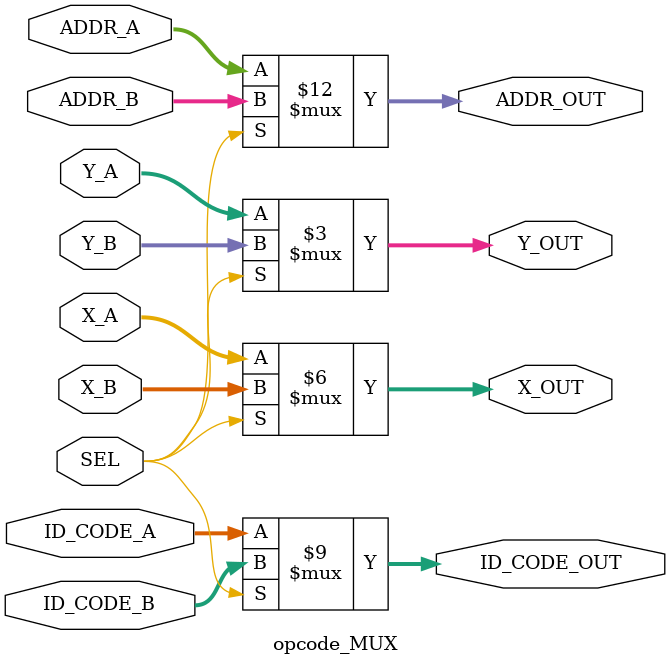
<source format=sv>
module opcode_MUX(

	// Control Signals:
	input logic	SEL,				// Input select
	
	// Input data:
	input logic [1:0]		ADDR_A,
	input logic [1:0] 	ID_CODE_A,
	input logic [8:0] 	X_A,
	input logic [8:0] 	Y_A,
	
	input logic [1:0]		ADDR_B,
	input logic [1:0] 	ID_CODE_B,
	input logic [8:0]		X_B,
	input logic [8:0]		Y_B,
	
	// Output data:
	output logic [1:0]	ADDR_OUT,
	output logic [1:0]	ID_CODE_OUT,
	output logic [8:0]	X_OUT,
	output logic [8:0]	Y_OUT

);

	always_comb
	begin
	
		if(SEL)
		begin
			ADDR_OUT = ADDR_B;
			ID_CODE_OUT = ID_CODE_B;
			X_OUT = X_B;
			Y_OUT = Y_B;
		end
		else
		begin
			ADDR_OUT = ADDR_A;
			ID_CODE_OUT = ID_CODE_A;
			X_OUT = X_A;
			Y_OUT = Y_A;
		end
	
	end

endmodule
</source>
